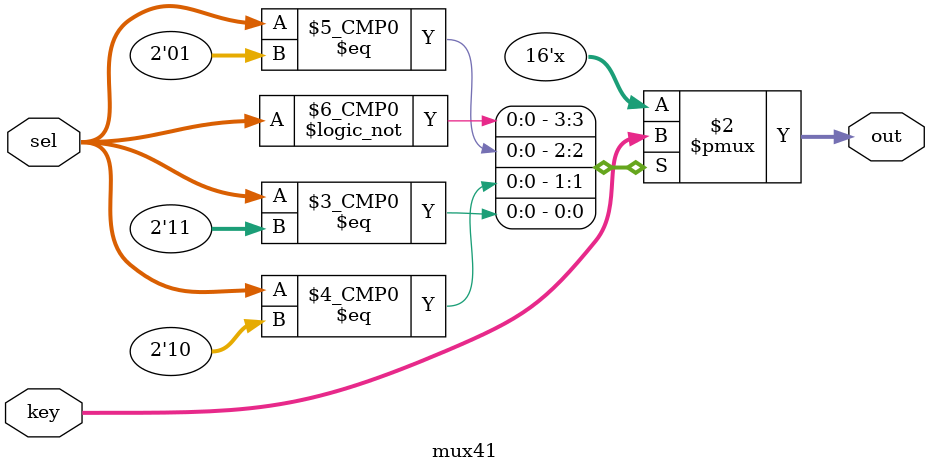
<source format=sv>
`timescale 1ns / 1ps


module top_demo
(
  // input
  input  logic [7:0] sw,
  input  logic [3:0] btn,
  input  logic       sysclk_125mhz,
  input  logic       rst,
  // output  
  output logic [7:0] led,
  output logic sseg_ca,
  output logic sseg_cb,
  output logic sseg_cc,
  output logic sseg_cd,
  output logic sseg_ce,
  output logic sseg_cf,
  output logic sseg_cg,
  output logic sseg_dp,
  output logic [3:0] sseg_an
);

  logic [16:0] CURRENT_COUNT;
  logic [16:0] NEXT_COUNT;
  logic        smol_clk;
  
  logic 	     Start;
 // logic        reset;
  logic [63:0] Key;
  logic [55:0] count;
  logic [15:0] out;
    
  // Place TicTacToe instantiation here
    
    top dut_1 (smol_clk, sw[3], sw[2], 64'h2c2f4516bcea4a32, 64'hef24fa5b5653c78e, count, Key, led[1]);

 

  // 7-segment display
  segment_driver driver(
  .clk(smol_clk),
  .rst(btn[3]),
  .digit0(out[3:0]),
  .digit1(out[7:4]),
  .digit2(out[11:8]),
  .digit3(out[15:12]),
  .decimals({1'b0, btn[2:0]}),
  .segment_cathodes({sseg_dp, sseg_cg, sseg_cf, sseg_ce, sseg_cd, sseg_cc, sseg_cb, sseg_ca}),
  .digit_anodes(sseg_an)
  );

// Register logic storing clock counts
  always@(posedge sysclk_125mhz)
  begin
    if(btn[3])
      CURRENT_COUNT = 17'h00000;
    else
      CURRENT_COUNT = NEXT_COUNT;
  end
  
  // Increment logic
  assign NEXT_COUNT = CURRENT_COUNT == 17'd100000 ? 17'h00000 : CURRENT_COUNT + 1;

  // Creation of smaller clock signal from counters
  assign smol_clk = CURRENT_COUNT == 17'd100000 ? 1'b1 : 1'b0;

   mux41 mux (Key, sw[1:0], out);

endmodule


module mux41 (input logic [63:0] key,
              input logic [1:0] sel,
              output logic [15:0] out);
              
  always @ (*)
  begin
  
  case (sel)
 
  2'b00 : out <= key[63:48];
  2'b01 : out <= key[47:32];
  2'b10 : out <= key[31:16];
  2'b11 : out <= key[15:0];
  
  default : out <= 16'h0000;
  endcase
  end
  endmodule

</source>
